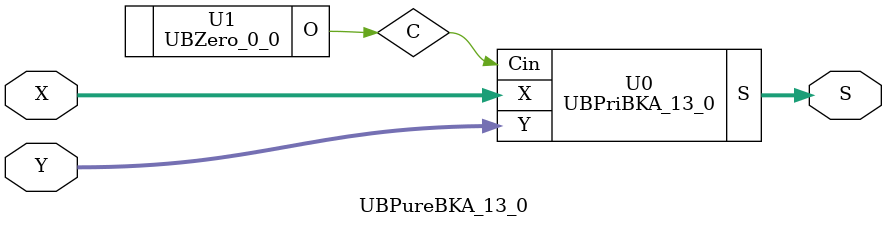
<source format=v>
/*----------------------------------------------------------------------------
  Copyright (c) 2021 Homma laboratory. All rights reserved.

  Top module: UBBKA_13_0_13_0

  Operand-1 length: 14
  Operand-2 length: 14
  Two-operand addition algorithm: Brent-Kung adder
----------------------------------------------------------------------------*/

module GPGenerator(Go, Po, A, B);
  output Go;
  output Po;
  input A;
  input B;
  assign Go = A & B;
  assign Po = A ^ B;
endmodule

module CarryOperator(Go, Po, Gi1, Pi1, Gi2, Pi2);
  output Go;
  output Po;
  input Gi1;
  input Gi2;
  input Pi1;
  input Pi2;
  assign Go = Gi1 | ( Gi2 & Pi1 );
  assign Po = Pi1 & Pi2;
endmodule

module UBPriBKA_13_0(S, X, Y, Cin);
  output [14:0] S;
  input Cin;
  input [13:0] X;
  input [13:0] Y;
  wire [13:0] G0;
  wire [13:0] G1;
  wire [13:0] G2;
  wire [13:0] G3;
  wire [13:0] G4;
  wire [13:0] G5;
  wire [13:0] G6;
  wire [13:0] P0;
  wire [13:0] P1;
  wire [13:0] P2;
  wire [13:0] P3;
  wire [13:0] P4;
  wire [13:0] P5;
  wire [13:0] P6;
  assign P1[0] = P0[0];
  assign G1[0] = G0[0];
  assign P1[2] = P0[2];
  assign G1[2] = G0[2];
  assign P1[4] = P0[4];
  assign G1[4] = G0[4];
  assign P1[6] = P0[6];
  assign G1[6] = G0[6];
  assign P1[8] = P0[8];
  assign G1[8] = G0[8];
  assign P1[10] = P0[10];
  assign G1[10] = G0[10];
  assign P1[12] = P0[12];
  assign G1[12] = G0[12];
  assign P2[0] = P1[0];
  assign G2[0] = G1[0];
  assign P2[1] = P1[1];
  assign G2[1] = G1[1];
  assign P2[2] = P1[2];
  assign G2[2] = G1[2];
  assign P2[4] = P1[4];
  assign G2[4] = G1[4];
  assign P2[5] = P1[5];
  assign G2[5] = G1[5];
  assign P2[6] = P1[6];
  assign G2[6] = G1[6];
  assign P2[8] = P1[8];
  assign G2[8] = G1[8];
  assign P2[9] = P1[9];
  assign G2[9] = G1[9];
  assign P2[10] = P1[10];
  assign G2[10] = G1[10];
  assign P2[12] = P1[12];
  assign G2[12] = G1[12];
  assign P2[13] = P1[13];
  assign G2[13] = G1[13];
  assign P3[0] = P2[0];
  assign G3[0] = G2[0];
  assign P3[1] = P2[1];
  assign G3[1] = G2[1];
  assign P3[2] = P2[2];
  assign G3[2] = G2[2];
  assign P3[3] = P2[3];
  assign G3[3] = G2[3];
  assign P3[4] = P2[4];
  assign G3[4] = G2[4];
  assign P3[5] = P2[5];
  assign G3[5] = G2[5];
  assign P3[6] = P2[6];
  assign G3[6] = G2[6];
  assign P3[8] = P2[8];
  assign G3[8] = G2[8];
  assign P3[9] = P2[9];
  assign G3[9] = G2[9];
  assign P3[10] = P2[10];
  assign G3[10] = G2[10];
  assign P3[11] = P2[11];
  assign G3[11] = G2[11];
  assign P3[12] = P2[12];
  assign G3[12] = G2[12];
  assign P3[13] = P2[13];
  assign G3[13] = G2[13];
  assign P4[0] = P3[0];
  assign G4[0] = G3[0];
  assign P4[1] = P3[1];
  assign G4[1] = G3[1];
  assign P4[2] = P3[2];
  assign G4[2] = G3[2];
  assign P4[3] = P3[3];
  assign G4[3] = G3[3];
  assign P4[4] = P3[4];
  assign G4[4] = G3[4];
  assign P4[5] = P3[5];
  assign G4[5] = G3[5];
  assign P4[6] = P3[6];
  assign G4[6] = G3[6];
  assign P4[7] = P3[7];
  assign G4[7] = G3[7];
  assign P4[8] = P3[8];
  assign G4[8] = G3[8];
  assign P4[9] = P3[9];
  assign G4[9] = G3[9];
  assign P4[10] = P3[10];
  assign G4[10] = G3[10];
  assign P4[12] = P3[12];
  assign G4[12] = G3[12];
  assign P4[13] = P3[13];
  assign G4[13] = G3[13];
  assign P5[0] = P4[0];
  assign G5[0] = G4[0];
  assign P5[1] = P4[1];
  assign G5[1] = G4[1];
  assign P5[2] = P4[2];
  assign G5[2] = G4[2];
  assign P5[3] = P4[3];
  assign G5[3] = G4[3];
  assign P5[4] = P4[4];
  assign G5[4] = G4[4];
  assign P5[6] = P4[6];
  assign G5[6] = G4[6];
  assign P5[7] = P4[7];
  assign G5[7] = G4[7];
  assign P5[8] = P4[8];
  assign G5[8] = G4[8];
  assign P5[10] = P4[10];
  assign G5[10] = G4[10];
  assign P5[11] = P4[11];
  assign G5[11] = G4[11];
  assign P5[12] = P4[12];
  assign G5[12] = G4[12];
  assign P6[0] = P5[0];
  assign G6[0] = G5[0];
  assign P6[1] = P5[1];
  assign G6[1] = G5[1];
  assign P6[3] = P5[3];
  assign G6[3] = G5[3];
  assign P6[5] = P5[5];
  assign G6[5] = G5[5];
  assign P6[7] = P5[7];
  assign G6[7] = G5[7];
  assign P6[9] = P5[9];
  assign G6[9] = G5[9];
  assign P6[11] = P5[11];
  assign G6[11] = G5[11];
  assign P6[13] = P5[13];
  assign G6[13] = G5[13];
  assign S[0] = Cin ^ P0[0];
  assign S[1] = ( G6[0] | ( P6[0] & Cin ) ) ^ P0[1];
  assign S[2] = ( G6[1] | ( P6[1] & Cin ) ) ^ P0[2];
  assign S[3] = ( G6[2] | ( P6[2] & Cin ) ) ^ P0[3];
  assign S[4] = ( G6[3] | ( P6[3] & Cin ) ) ^ P0[4];
  assign S[5] = ( G6[4] | ( P6[4] & Cin ) ) ^ P0[5];
  assign S[6] = ( G6[5] | ( P6[5] & Cin ) ) ^ P0[6];
  assign S[7] = ( G6[6] | ( P6[6] & Cin ) ) ^ P0[7];
  assign S[8] = ( G6[7] | ( P6[7] & Cin ) ) ^ P0[8];
  assign S[9] = ( G6[8] | ( P6[8] & Cin ) ) ^ P0[9];
  assign S[10] = ( G6[9] | ( P6[9] & Cin ) ) ^ P0[10];
  assign S[11] = ( G6[10] | ( P6[10] & Cin ) ) ^ P0[11];
  assign S[12] = ( G6[11] | ( P6[11] & Cin ) ) ^ P0[12];
  assign S[13] = ( G6[12] | ( P6[12] & Cin ) ) ^ P0[13];
  assign S[14] = G6[13] | ( P6[13] & Cin );
  GPGenerator U0 (G0[0], P0[0], X[0], Y[0]);
  GPGenerator U1 (G0[1], P0[1], X[1], Y[1]);
  GPGenerator U2 (G0[2], P0[2], X[2], Y[2]);
  GPGenerator U3 (G0[3], P0[3], X[3], Y[3]);
  GPGenerator U4 (G0[4], P0[4], X[4], Y[4]);
  GPGenerator U5 (G0[5], P0[5], X[5], Y[5]);
  GPGenerator U6 (G0[6], P0[6], X[6], Y[6]);
  GPGenerator U7 (G0[7], P0[7], X[7], Y[7]);
  GPGenerator U8 (G0[8], P0[8], X[8], Y[8]);
  GPGenerator U9 (G0[9], P0[9], X[9], Y[9]);
  GPGenerator U10 (G0[10], P0[10], X[10], Y[10]);
  GPGenerator U11 (G0[11], P0[11], X[11], Y[11]);
  GPGenerator U12 (G0[12], P0[12], X[12], Y[12]);
  GPGenerator U13 (G0[13], P0[13], X[13], Y[13]);
  CarryOperator U14 (G1[1], P1[1], G0[1], P0[1], G0[0], P0[0]);
  CarryOperator U15 (G1[3], P1[3], G0[3], P0[3], G0[2], P0[2]);
  CarryOperator U16 (G1[5], P1[5], G0[5], P0[5], G0[4], P0[4]);
  CarryOperator U17 (G1[7], P1[7], G0[7], P0[7], G0[6], P0[6]);
  CarryOperator U18 (G1[9], P1[9], G0[9], P0[9], G0[8], P0[8]);
  CarryOperator U19 (G1[11], P1[11], G0[11], P0[11], G0[10], P0[10]);
  CarryOperator U20 (G1[13], P1[13], G0[13], P0[13], G0[12], P0[12]);
  CarryOperator U21 (G2[3], P2[3], G1[3], P1[3], G1[1], P1[1]);
  CarryOperator U22 (G2[7], P2[7], G1[7], P1[7], G1[5], P1[5]);
  CarryOperator U23 (G2[11], P2[11], G1[11], P1[11], G1[9], P1[9]);
  CarryOperator U24 (G3[7], P3[7], G2[7], P2[7], G2[3], P2[3]);
  CarryOperator U25 (G4[11], P4[11], G3[11], P3[11], G3[7], P3[7]);
  CarryOperator U26 (G5[5], P5[5], G4[5], P4[5], G4[3], P4[3]);
  CarryOperator U27 (G5[9], P5[9], G4[9], P4[9], G4[7], P4[7]);
  CarryOperator U28 (G5[13], P5[13], G4[13], P4[13], G4[11], P4[11]);
  CarryOperator U29 (G6[2], P6[2], G5[2], P5[2], G5[1], P5[1]);
  CarryOperator U30 (G6[4], P6[4], G5[4], P5[4], G5[3], P5[3]);
  CarryOperator U31 (G6[6], P6[6], G5[6], P5[6], G5[5], P5[5]);
  CarryOperator U32 (G6[8], P6[8], G5[8], P5[8], G5[7], P5[7]);
  CarryOperator U33 (G6[10], P6[10], G5[10], P5[10], G5[9], P5[9]);
  CarryOperator U34 (G6[12], P6[12], G5[12], P5[12], G5[11], P5[11]);
endmodule

module UBZero_0_0(O);
  output [0:0] O;
  assign O[0] = 0;
endmodule

module UBBKA_13_0_13_0 (S, X, Y);
  output [14:0] S;
  input [13:0] X;
  input [13:0] Y;
  UBPureBKA_13_0 U0 (S[14:0], X[13:0], Y[13:0]);
endmodule

module UBPureBKA_13_0 (S, X, Y);
  output [14:0] S;
  input [13:0] X;
  input [13:0] Y;
  wire C;
  UBPriBKA_13_0 U0 (S, X, Y, C);
  UBZero_0_0 U1 (C);
endmodule


</source>
